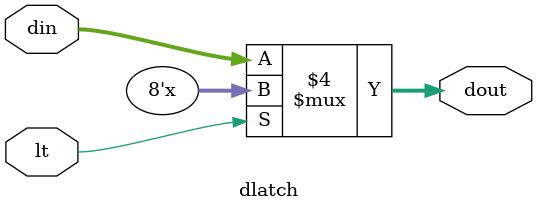
<source format=v>
`timescale 1 ns / 1 ps 

// A simple async pipeline
// that can only do add/sub/set/nand (by bit)
// with only 4 registers
// for simplicity, we even make the instruction part
// as input
// 2-bit op, 2-bit rs1, 2-bit rs2, 2-bit rd : ADD, NAND
//   ADD rs1 + rs2 --> rd
//  NAND ~( rs1 & rs2 ) --> rd

// NOP 00xxxxxx 

// 2-bit  : 2-bit op (10),   4-bit immediate (0~15),  2-bit rd


// -- IF --|-- ID --|-- EX
//

`define  OP_SET 2'b10
`define  OP_ADD 2'b01
`define  OP_NOP 2'b00
`define  OP_NAND 2'b11

module backend(
	input ipacket_req,
	output ipacket_ack,
	input [7:0] ipacket_inst,
	input [7:0] ipacket_pc,

	input rst_n,

	output [7:0] debug_pin_r0,
	output [7:0] debug_pin_r1,
	output [7:0] debug_pin_r2,
	output [7:0] debug_pin_r3
	);

//          ------------
// ---rin-->|          |---rout-->
// <--ain---|          |<--aout---
//          ------------

wire ifetch_lt;
wire ifetch_decode_req;
wire ifetch_decode_ack;
pipeline_stage_control ifetch_control (
  .rin(ipacket_req),    
  .rout(ifetch_decode_req),   
  .ain(ipacket_ack),
  .aout(ifetch_decode_ack),
  .lt(ifetch_lt),
  .rst_n(rst_n)
	);

wire [7:0] inst;
dlatch
  	# ( .W(8) ) 
ifetch_latch(
	.din(ipacket_inst),
	.dout(inst),
	.lt(ifetch_lt)
);



wire decode_lt;
wire decode_ifetch_ack;
wire decode_exec_req;
wire exec_decode_ack;

assign ifetch_decode_ack = decode_ifetch_ack; // & can_issue
wire exec_req_in = decode_exec_req ; //  & can_issue


// --------------------------------------------------------------------


wire [1:0] ex_op;
wire [1:0] ex_rd;
wire [7:0] ex_rs1_val;
wire [7:0] ex_rs2_val;
wire [3:0] ex_immd;
wire       ex_rd_en;

wire [1:0] op = inst[7:6];
wire [1:0] rs1= inst[5:4];
wire [1:0] rs2= inst[3:2];
wire [1:0] rd = inst[1:0];
wire [3:0] immd = inst[5:2];

reg [7:0] registers[3:0];  // R


wire [7:0] rs1_val =    rs1 == 2'd0 ? registers[0] :
                        rs1 == 2'd1 ? registers[1] :
                        rs1 == 2'd2 ? registers[2] :
                            registers[3];

wire [7:0] rs2_val =    rs2 == 2'd0 ? registers[0] :
                        rs2 == 2'd1 ? registers[1] :
                        rs2 == 2'd2 ? registers[2] :
                            registers[3];

wire rd_en = op != `OP_NOP;




pipeline_stage_control decode_control (
  .rin(ifetch_decode_req),    
  .rout(decode_exec_req),   
  .ain(decode_ifetch_ack),
  .aout(exec_decode_ack),
  .lt(decode_lt),
  .rst_n(rst_n)
	);

dlatch
  	# ( .W(25) ) 
decode_latch(
	.din({op, rd, rd_en, rs1_val, rs2_val, immd}),  // 2 + 2 + 8 + 8 + 4
	.dout( {ex_op, ex_rd, ex_rd_en, ex_rs1_val, ex_rs2_val, ex_immd} ),
	.lt(decode_lt)
);


// --------------------------------------------------------------------




wire exec_lt;
wire exec_rout;
wire #1 exec_aout = exec_rout; // in reality, there will be delays
pipeline_stage_control exec_control (
  .rin(exec_req_in),    
  .rout(exec_rout),   
  .ain(exec_decode_ack),
  .aout(exec_aout),
  .lt(exec_lt),
  .rst_n(rst_n)
	);

wire [7:0] rd_val = 
	ex_op == `OP_ADD ? ex_rs1_val + ex_rs2_val :
    ex_op == `OP_NAND ? ~( ex_rs1_val & ex_rs2_val ) :
    ex_op == `OP_SET ? ex_immd :
    8'bxxxxxxxx;


always @(negedge exec_lt) begin
	if (ex_rd_en) begin
		registers[ex_rd] <= rd_val;
		$display("@%t, write r%d = %d", $time, ex_rd, rd_val);
	end
end

assign debug_pin_r0 = registers[0];
assign debug_pin_r1 = registers[1];
assign debug_pin_r2 = registers[2];
assign debug_pin_r3 = registers[3];


endmodule
// write rd_ex -> 

`timescale 1 ns / 1 ps 
module pipeline_stage_control(input rin, output rout, input aout, output ain, output lt, input rst_n);
    wire B;

    assign #1 lt = (~rst_n) | ( B | lt & ((aout | B | ~rin)) );
    assign #1 ain = (rst_n & ( ~lt | ain & ((~lt | rin)) ));
    assign #1 rout = (rst_n & ( ~lt | rout & ((~aout | ~lt))) );
    assign #1 B = (rst_n & ( ain & rout | B & ((ain | rout)) ));

    // signal values at the initial state:
    // lt !ain !rout !B !rin !aout
endmodule

`timescale 1 ns / 1 ps 
module dlatch(din, dout, lt);
parameter W = 8;
input [W-1:0] din;
output reg [W-1:0] dout;
input lt;
	
	always @(*) begin
		if(!lt)
			dout = din;
	end

endmodule
</source>
